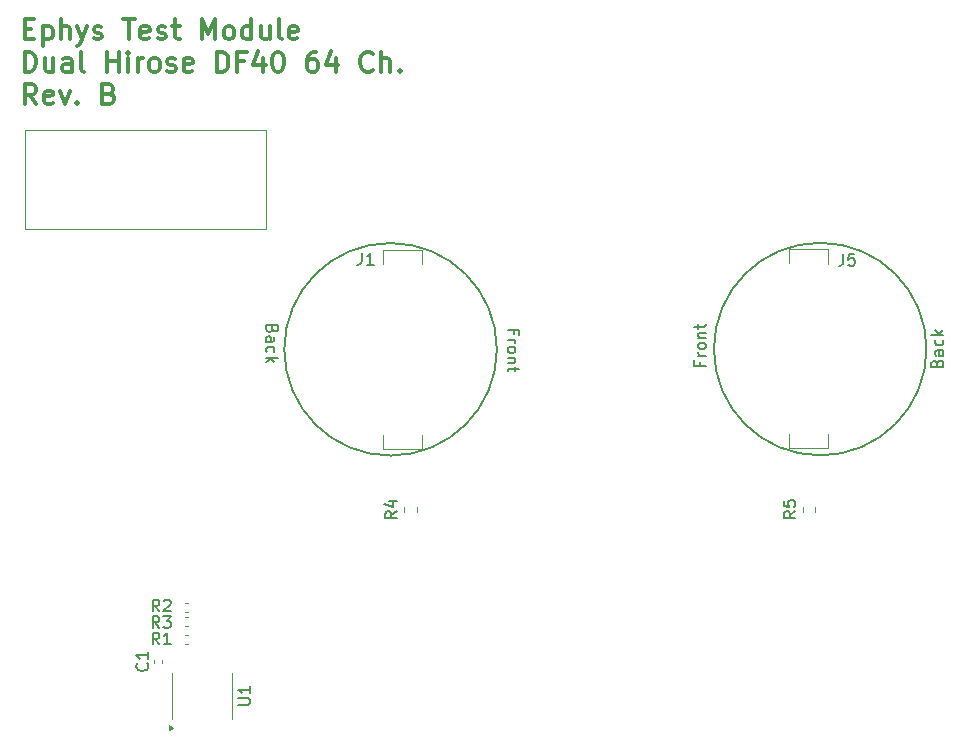
<source format=gbr>
G04 #@! TF.GenerationSoftware,KiCad,Pcbnew,9.0.0*
G04 #@! TF.CreationDate,2025-04-07T23:04:34+01:00*
G04 #@! TF.ProjectId,ephys-test-module-128,65706879-732d-4746-9573-742d6d6f6475,A*
G04 #@! TF.SameCoordinates,Original*
G04 #@! TF.FileFunction,Legend,Top*
G04 #@! TF.FilePolarity,Positive*
%FSLAX46Y46*%
G04 Gerber Fmt 4.6, Leading zero omitted, Abs format (unit mm)*
G04 Created by KiCad (PCBNEW 9.0.0) date 2025-04-07 23:04:34*
%MOMM*%
%LPD*%
G01*
G04 APERTURE LIST*
%ADD10C,0.150000*%
%ADD11C,0.300000*%
%ADD12C,0.120000*%
%ADD13C,0.100000*%
G04 APERTURE END LIST*
D10*
X146540000Y-99970000D02*
G75*
G02*
X128540000Y-99970000I-9000000J0D01*
G01*
X128540000Y-99970000D02*
G75*
G02*
X146540000Y-99970000I9000000J0D01*
G01*
X182915750Y-99950000D02*
G75*
G02*
X164915750Y-99950000I-9000000J0D01*
G01*
X164915750Y-99950000D02*
G75*
G02*
X182915750Y-99950000I9000000J0D01*
G01*
X147973990Y-98652856D02*
X147973990Y-98319523D01*
X147450180Y-98319523D02*
X148450180Y-98319523D01*
X148450180Y-98319523D02*
X148450180Y-98795713D01*
X147450180Y-99176666D02*
X148116847Y-99176666D01*
X147926371Y-99176666D02*
X148021609Y-99224285D01*
X148021609Y-99224285D02*
X148069228Y-99271904D01*
X148069228Y-99271904D02*
X148116847Y-99367142D01*
X148116847Y-99367142D02*
X148116847Y-99462380D01*
X147450180Y-99938571D02*
X147497800Y-99843333D01*
X147497800Y-99843333D02*
X147545419Y-99795714D01*
X147545419Y-99795714D02*
X147640657Y-99748095D01*
X147640657Y-99748095D02*
X147926371Y-99748095D01*
X147926371Y-99748095D02*
X148021609Y-99795714D01*
X148021609Y-99795714D02*
X148069228Y-99843333D01*
X148069228Y-99843333D02*
X148116847Y-99938571D01*
X148116847Y-99938571D02*
X148116847Y-100081428D01*
X148116847Y-100081428D02*
X148069228Y-100176666D01*
X148069228Y-100176666D02*
X148021609Y-100224285D01*
X148021609Y-100224285D02*
X147926371Y-100271904D01*
X147926371Y-100271904D02*
X147640657Y-100271904D01*
X147640657Y-100271904D02*
X147545419Y-100224285D01*
X147545419Y-100224285D02*
X147497800Y-100176666D01*
X147497800Y-100176666D02*
X147450180Y-100081428D01*
X147450180Y-100081428D02*
X147450180Y-99938571D01*
X148116847Y-100700476D02*
X147450180Y-100700476D01*
X148021609Y-100700476D02*
X148069228Y-100748095D01*
X148069228Y-100748095D02*
X148116847Y-100843333D01*
X148116847Y-100843333D02*
X148116847Y-100986190D01*
X148116847Y-100986190D02*
X148069228Y-101081428D01*
X148069228Y-101081428D02*
X147973990Y-101129047D01*
X147973990Y-101129047D02*
X147450180Y-101129047D01*
X148116847Y-101462381D02*
X148116847Y-101843333D01*
X148450180Y-101605238D02*
X147593038Y-101605238D01*
X147593038Y-101605238D02*
X147497800Y-101652857D01*
X147497800Y-101652857D02*
X147450180Y-101748095D01*
X147450180Y-101748095D02*
X147450180Y-101843333D01*
X127543990Y-98235714D02*
X127496371Y-98378571D01*
X127496371Y-98378571D02*
X127448752Y-98426190D01*
X127448752Y-98426190D02*
X127353514Y-98473809D01*
X127353514Y-98473809D02*
X127210657Y-98473809D01*
X127210657Y-98473809D02*
X127115419Y-98426190D01*
X127115419Y-98426190D02*
X127067800Y-98378571D01*
X127067800Y-98378571D02*
X127020180Y-98283333D01*
X127020180Y-98283333D02*
X127020180Y-97902381D01*
X127020180Y-97902381D02*
X128020180Y-97902381D01*
X128020180Y-97902381D02*
X128020180Y-98235714D01*
X128020180Y-98235714D02*
X127972561Y-98330952D01*
X127972561Y-98330952D02*
X127924942Y-98378571D01*
X127924942Y-98378571D02*
X127829704Y-98426190D01*
X127829704Y-98426190D02*
X127734466Y-98426190D01*
X127734466Y-98426190D02*
X127639228Y-98378571D01*
X127639228Y-98378571D02*
X127591609Y-98330952D01*
X127591609Y-98330952D02*
X127543990Y-98235714D01*
X127543990Y-98235714D02*
X127543990Y-97902381D01*
X127020180Y-99330952D02*
X127543990Y-99330952D01*
X127543990Y-99330952D02*
X127639228Y-99283333D01*
X127639228Y-99283333D02*
X127686847Y-99188095D01*
X127686847Y-99188095D02*
X127686847Y-98997619D01*
X127686847Y-98997619D02*
X127639228Y-98902381D01*
X127067800Y-99330952D02*
X127020180Y-99235714D01*
X127020180Y-99235714D02*
X127020180Y-98997619D01*
X127020180Y-98997619D02*
X127067800Y-98902381D01*
X127067800Y-98902381D02*
X127163038Y-98854762D01*
X127163038Y-98854762D02*
X127258276Y-98854762D01*
X127258276Y-98854762D02*
X127353514Y-98902381D01*
X127353514Y-98902381D02*
X127401133Y-98997619D01*
X127401133Y-98997619D02*
X127401133Y-99235714D01*
X127401133Y-99235714D02*
X127448752Y-99330952D01*
X127067800Y-100235714D02*
X127020180Y-100140476D01*
X127020180Y-100140476D02*
X127020180Y-99950000D01*
X127020180Y-99950000D02*
X127067800Y-99854762D01*
X127067800Y-99854762D02*
X127115419Y-99807143D01*
X127115419Y-99807143D02*
X127210657Y-99759524D01*
X127210657Y-99759524D02*
X127496371Y-99759524D01*
X127496371Y-99759524D02*
X127591609Y-99807143D01*
X127591609Y-99807143D02*
X127639228Y-99854762D01*
X127639228Y-99854762D02*
X127686847Y-99950000D01*
X127686847Y-99950000D02*
X127686847Y-100140476D01*
X127686847Y-100140476D02*
X127639228Y-100235714D01*
X127020180Y-100664286D02*
X128020180Y-100664286D01*
X127401133Y-100759524D02*
X127020180Y-101045238D01*
X127686847Y-101045238D02*
X127305895Y-100664286D01*
D11*
X106573429Y-72843472D02*
X107140096Y-72843472D01*
X107382953Y-73733948D02*
X106573429Y-73733948D01*
X106573429Y-73733948D02*
X106573429Y-72033948D01*
X106573429Y-72033948D02*
X107382953Y-72033948D01*
X108111524Y-72600615D02*
X108111524Y-74300615D01*
X108111524Y-72681567D02*
X108273429Y-72600615D01*
X108273429Y-72600615D02*
X108597239Y-72600615D01*
X108597239Y-72600615D02*
X108759143Y-72681567D01*
X108759143Y-72681567D02*
X108840096Y-72762519D01*
X108840096Y-72762519D02*
X108921048Y-72924424D01*
X108921048Y-72924424D02*
X108921048Y-73410138D01*
X108921048Y-73410138D02*
X108840096Y-73572043D01*
X108840096Y-73572043D02*
X108759143Y-73652996D01*
X108759143Y-73652996D02*
X108597239Y-73733948D01*
X108597239Y-73733948D02*
X108273429Y-73733948D01*
X108273429Y-73733948D02*
X108111524Y-73652996D01*
X109649619Y-73733948D02*
X109649619Y-72033948D01*
X110378191Y-73733948D02*
X110378191Y-72843472D01*
X110378191Y-72843472D02*
X110297238Y-72681567D01*
X110297238Y-72681567D02*
X110135334Y-72600615D01*
X110135334Y-72600615D02*
X109892477Y-72600615D01*
X109892477Y-72600615D02*
X109730572Y-72681567D01*
X109730572Y-72681567D02*
X109649619Y-72762519D01*
X111025810Y-72600615D02*
X111430572Y-73733948D01*
X111835333Y-72600615D02*
X111430572Y-73733948D01*
X111430572Y-73733948D02*
X111268667Y-74138710D01*
X111268667Y-74138710D02*
X111187714Y-74219662D01*
X111187714Y-74219662D02*
X111025810Y-74300615D01*
X112402000Y-73652996D02*
X112563905Y-73733948D01*
X112563905Y-73733948D02*
X112887714Y-73733948D01*
X112887714Y-73733948D02*
X113049619Y-73652996D01*
X113049619Y-73652996D02*
X113130571Y-73491091D01*
X113130571Y-73491091D02*
X113130571Y-73410138D01*
X113130571Y-73410138D02*
X113049619Y-73248234D01*
X113049619Y-73248234D02*
X112887714Y-73167281D01*
X112887714Y-73167281D02*
X112644857Y-73167281D01*
X112644857Y-73167281D02*
X112482952Y-73086329D01*
X112482952Y-73086329D02*
X112402000Y-72924424D01*
X112402000Y-72924424D02*
X112402000Y-72843472D01*
X112402000Y-72843472D02*
X112482952Y-72681567D01*
X112482952Y-72681567D02*
X112644857Y-72600615D01*
X112644857Y-72600615D02*
X112887714Y-72600615D01*
X112887714Y-72600615D02*
X113049619Y-72681567D01*
X114911523Y-72033948D02*
X115882952Y-72033948D01*
X115397238Y-73733948D02*
X115397238Y-72033948D01*
X117097237Y-73652996D02*
X116935333Y-73733948D01*
X116935333Y-73733948D02*
X116611523Y-73733948D01*
X116611523Y-73733948D02*
X116449618Y-73652996D01*
X116449618Y-73652996D02*
X116368666Y-73491091D01*
X116368666Y-73491091D02*
X116368666Y-72843472D01*
X116368666Y-72843472D02*
X116449618Y-72681567D01*
X116449618Y-72681567D02*
X116611523Y-72600615D01*
X116611523Y-72600615D02*
X116935333Y-72600615D01*
X116935333Y-72600615D02*
X117097237Y-72681567D01*
X117097237Y-72681567D02*
X117178190Y-72843472D01*
X117178190Y-72843472D02*
X117178190Y-73005376D01*
X117178190Y-73005376D02*
X116368666Y-73167281D01*
X117825809Y-73652996D02*
X117987714Y-73733948D01*
X117987714Y-73733948D02*
X118311523Y-73733948D01*
X118311523Y-73733948D02*
X118473428Y-73652996D01*
X118473428Y-73652996D02*
X118554380Y-73491091D01*
X118554380Y-73491091D02*
X118554380Y-73410138D01*
X118554380Y-73410138D02*
X118473428Y-73248234D01*
X118473428Y-73248234D02*
X118311523Y-73167281D01*
X118311523Y-73167281D02*
X118068666Y-73167281D01*
X118068666Y-73167281D02*
X117906761Y-73086329D01*
X117906761Y-73086329D02*
X117825809Y-72924424D01*
X117825809Y-72924424D02*
X117825809Y-72843472D01*
X117825809Y-72843472D02*
X117906761Y-72681567D01*
X117906761Y-72681567D02*
X118068666Y-72600615D01*
X118068666Y-72600615D02*
X118311523Y-72600615D01*
X118311523Y-72600615D02*
X118473428Y-72681567D01*
X119040094Y-72600615D02*
X119687713Y-72600615D01*
X119282951Y-72033948D02*
X119282951Y-73491091D01*
X119282951Y-73491091D02*
X119363904Y-73652996D01*
X119363904Y-73652996D02*
X119525809Y-73733948D01*
X119525809Y-73733948D02*
X119687713Y-73733948D01*
X121549618Y-73733948D02*
X121549618Y-72033948D01*
X121549618Y-72033948D02*
X122116285Y-73248234D01*
X122116285Y-73248234D02*
X122682952Y-72033948D01*
X122682952Y-72033948D02*
X122682952Y-73733948D01*
X123735333Y-73733948D02*
X123573428Y-73652996D01*
X123573428Y-73652996D02*
X123492475Y-73572043D01*
X123492475Y-73572043D02*
X123411523Y-73410138D01*
X123411523Y-73410138D02*
X123411523Y-72924424D01*
X123411523Y-72924424D02*
X123492475Y-72762519D01*
X123492475Y-72762519D02*
X123573428Y-72681567D01*
X123573428Y-72681567D02*
X123735333Y-72600615D01*
X123735333Y-72600615D02*
X123978190Y-72600615D01*
X123978190Y-72600615D02*
X124140094Y-72681567D01*
X124140094Y-72681567D02*
X124221047Y-72762519D01*
X124221047Y-72762519D02*
X124301999Y-72924424D01*
X124301999Y-72924424D02*
X124301999Y-73410138D01*
X124301999Y-73410138D02*
X124221047Y-73572043D01*
X124221047Y-73572043D02*
X124140094Y-73652996D01*
X124140094Y-73652996D02*
X123978190Y-73733948D01*
X123978190Y-73733948D02*
X123735333Y-73733948D01*
X125759142Y-73733948D02*
X125759142Y-72033948D01*
X125759142Y-73652996D02*
X125597237Y-73733948D01*
X125597237Y-73733948D02*
X125273428Y-73733948D01*
X125273428Y-73733948D02*
X125111523Y-73652996D01*
X125111523Y-73652996D02*
X125030570Y-73572043D01*
X125030570Y-73572043D02*
X124949618Y-73410138D01*
X124949618Y-73410138D02*
X124949618Y-72924424D01*
X124949618Y-72924424D02*
X125030570Y-72762519D01*
X125030570Y-72762519D02*
X125111523Y-72681567D01*
X125111523Y-72681567D02*
X125273428Y-72600615D01*
X125273428Y-72600615D02*
X125597237Y-72600615D01*
X125597237Y-72600615D02*
X125759142Y-72681567D01*
X127297237Y-72600615D02*
X127297237Y-73733948D01*
X126568665Y-72600615D02*
X126568665Y-73491091D01*
X126568665Y-73491091D02*
X126649618Y-73652996D01*
X126649618Y-73652996D02*
X126811523Y-73733948D01*
X126811523Y-73733948D02*
X127054380Y-73733948D01*
X127054380Y-73733948D02*
X127216284Y-73652996D01*
X127216284Y-73652996D02*
X127297237Y-73572043D01*
X128349618Y-73733948D02*
X128187713Y-73652996D01*
X128187713Y-73652996D02*
X128106760Y-73491091D01*
X128106760Y-73491091D02*
X128106760Y-72033948D01*
X129644855Y-73652996D02*
X129482951Y-73733948D01*
X129482951Y-73733948D02*
X129159141Y-73733948D01*
X129159141Y-73733948D02*
X128997236Y-73652996D01*
X128997236Y-73652996D02*
X128916284Y-73491091D01*
X128916284Y-73491091D02*
X128916284Y-72843472D01*
X128916284Y-72843472D02*
X128997236Y-72681567D01*
X128997236Y-72681567D02*
X129159141Y-72600615D01*
X129159141Y-72600615D02*
X129482951Y-72600615D01*
X129482951Y-72600615D02*
X129644855Y-72681567D01*
X129644855Y-72681567D02*
X129725808Y-72843472D01*
X129725808Y-72843472D02*
X129725808Y-73005376D01*
X129725808Y-73005376D02*
X128916284Y-73167281D01*
X106573429Y-76470853D02*
X106573429Y-74770853D01*
X106573429Y-74770853D02*
X106978191Y-74770853D01*
X106978191Y-74770853D02*
X107221048Y-74851805D01*
X107221048Y-74851805D02*
X107382953Y-75013710D01*
X107382953Y-75013710D02*
X107463906Y-75175615D01*
X107463906Y-75175615D02*
X107544858Y-75499424D01*
X107544858Y-75499424D02*
X107544858Y-75742281D01*
X107544858Y-75742281D02*
X107463906Y-76066091D01*
X107463906Y-76066091D02*
X107382953Y-76227996D01*
X107382953Y-76227996D02*
X107221048Y-76389901D01*
X107221048Y-76389901D02*
X106978191Y-76470853D01*
X106978191Y-76470853D02*
X106573429Y-76470853D01*
X109002001Y-75337520D02*
X109002001Y-76470853D01*
X108273429Y-75337520D02*
X108273429Y-76227996D01*
X108273429Y-76227996D02*
X108354382Y-76389901D01*
X108354382Y-76389901D02*
X108516287Y-76470853D01*
X108516287Y-76470853D02*
X108759144Y-76470853D01*
X108759144Y-76470853D02*
X108921048Y-76389901D01*
X108921048Y-76389901D02*
X109002001Y-76308948D01*
X110540096Y-76470853D02*
X110540096Y-75580377D01*
X110540096Y-75580377D02*
X110459143Y-75418472D01*
X110459143Y-75418472D02*
X110297239Y-75337520D01*
X110297239Y-75337520D02*
X109973429Y-75337520D01*
X109973429Y-75337520D02*
X109811524Y-75418472D01*
X110540096Y-76389901D02*
X110378191Y-76470853D01*
X110378191Y-76470853D02*
X109973429Y-76470853D01*
X109973429Y-76470853D02*
X109811524Y-76389901D01*
X109811524Y-76389901D02*
X109730572Y-76227996D01*
X109730572Y-76227996D02*
X109730572Y-76066091D01*
X109730572Y-76066091D02*
X109811524Y-75904186D01*
X109811524Y-75904186D02*
X109973429Y-75823234D01*
X109973429Y-75823234D02*
X110378191Y-75823234D01*
X110378191Y-75823234D02*
X110540096Y-75742281D01*
X111592477Y-76470853D02*
X111430572Y-76389901D01*
X111430572Y-76389901D02*
X111349619Y-76227996D01*
X111349619Y-76227996D02*
X111349619Y-74770853D01*
X113535333Y-76470853D02*
X113535333Y-74770853D01*
X113535333Y-75580377D02*
X114506762Y-75580377D01*
X114506762Y-76470853D02*
X114506762Y-74770853D01*
X115316285Y-76470853D02*
X115316285Y-75337520D01*
X115316285Y-74770853D02*
X115235333Y-74851805D01*
X115235333Y-74851805D02*
X115316285Y-74932758D01*
X115316285Y-74932758D02*
X115397238Y-74851805D01*
X115397238Y-74851805D02*
X115316285Y-74770853D01*
X115316285Y-74770853D02*
X115316285Y-74932758D01*
X116125809Y-76470853D02*
X116125809Y-75337520D01*
X116125809Y-75661329D02*
X116206762Y-75499424D01*
X116206762Y-75499424D02*
X116287714Y-75418472D01*
X116287714Y-75418472D02*
X116449619Y-75337520D01*
X116449619Y-75337520D02*
X116611524Y-75337520D01*
X117421048Y-76470853D02*
X117259143Y-76389901D01*
X117259143Y-76389901D02*
X117178190Y-76308948D01*
X117178190Y-76308948D02*
X117097238Y-76147043D01*
X117097238Y-76147043D02*
X117097238Y-75661329D01*
X117097238Y-75661329D02*
X117178190Y-75499424D01*
X117178190Y-75499424D02*
X117259143Y-75418472D01*
X117259143Y-75418472D02*
X117421048Y-75337520D01*
X117421048Y-75337520D02*
X117663905Y-75337520D01*
X117663905Y-75337520D02*
X117825809Y-75418472D01*
X117825809Y-75418472D02*
X117906762Y-75499424D01*
X117906762Y-75499424D02*
X117987714Y-75661329D01*
X117987714Y-75661329D02*
X117987714Y-76147043D01*
X117987714Y-76147043D02*
X117906762Y-76308948D01*
X117906762Y-76308948D02*
X117825809Y-76389901D01*
X117825809Y-76389901D02*
X117663905Y-76470853D01*
X117663905Y-76470853D02*
X117421048Y-76470853D01*
X118635333Y-76389901D02*
X118797238Y-76470853D01*
X118797238Y-76470853D02*
X119121047Y-76470853D01*
X119121047Y-76470853D02*
X119282952Y-76389901D01*
X119282952Y-76389901D02*
X119363904Y-76227996D01*
X119363904Y-76227996D02*
X119363904Y-76147043D01*
X119363904Y-76147043D02*
X119282952Y-75985139D01*
X119282952Y-75985139D02*
X119121047Y-75904186D01*
X119121047Y-75904186D02*
X118878190Y-75904186D01*
X118878190Y-75904186D02*
X118716285Y-75823234D01*
X118716285Y-75823234D02*
X118635333Y-75661329D01*
X118635333Y-75661329D02*
X118635333Y-75580377D01*
X118635333Y-75580377D02*
X118716285Y-75418472D01*
X118716285Y-75418472D02*
X118878190Y-75337520D01*
X118878190Y-75337520D02*
X119121047Y-75337520D01*
X119121047Y-75337520D02*
X119282952Y-75418472D01*
X120740094Y-76389901D02*
X120578190Y-76470853D01*
X120578190Y-76470853D02*
X120254380Y-76470853D01*
X120254380Y-76470853D02*
X120092475Y-76389901D01*
X120092475Y-76389901D02*
X120011523Y-76227996D01*
X120011523Y-76227996D02*
X120011523Y-75580377D01*
X120011523Y-75580377D02*
X120092475Y-75418472D01*
X120092475Y-75418472D02*
X120254380Y-75337520D01*
X120254380Y-75337520D02*
X120578190Y-75337520D01*
X120578190Y-75337520D02*
X120740094Y-75418472D01*
X120740094Y-75418472D02*
X120821047Y-75580377D01*
X120821047Y-75580377D02*
X120821047Y-75742281D01*
X120821047Y-75742281D02*
X120011523Y-75904186D01*
X122844856Y-76470853D02*
X122844856Y-74770853D01*
X122844856Y-74770853D02*
X123249618Y-74770853D01*
X123249618Y-74770853D02*
X123492475Y-74851805D01*
X123492475Y-74851805D02*
X123654380Y-75013710D01*
X123654380Y-75013710D02*
X123735333Y-75175615D01*
X123735333Y-75175615D02*
X123816285Y-75499424D01*
X123816285Y-75499424D02*
X123816285Y-75742281D01*
X123816285Y-75742281D02*
X123735333Y-76066091D01*
X123735333Y-76066091D02*
X123654380Y-76227996D01*
X123654380Y-76227996D02*
X123492475Y-76389901D01*
X123492475Y-76389901D02*
X123249618Y-76470853D01*
X123249618Y-76470853D02*
X122844856Y-76470853D01*
X125111523Y-75580377D02*
X124544856Y-75580377D01*
X124544856Y-76470853D02*
X124544856Y-74770853D01*
X124544856Y-74770853D02*
X125354380Y-74770853D01*
X126730571Y-75337520D02*
X126730571Y-76470853D01*
X126325809Y-74689901D02*
X125921047Y-75904186D01*
X125921047Y-75904186D02*
X126973428Y-75904186D01*
X127944857Y-74770853D02*
X128106762Y-74770853D01*
X128106762Y-74770853D02*
X128268666Y-74851805D01*
X128268666Y-74851805D02*
X128349619Y-74932758D01*
X128349619Y-74932758D02*
X128430571Y-75094662D01*
X128430571Y-75094662D02*
X128511524Y-75418472D01*
X128511524Y-75418472D02*
X128511524Y-75823234D01*
X128511524Y-75823234D02*
X128430571Y-76147043D01*
X128430571Y-76147043D02*
X128349619Y-76308948D01*
X128349619Y-76308948D02*
X128268666Y-76389901D01*
X128268666Y-76389901D02*
X128106762Y-76470853D01*
X128106762Y-76470853D02*
X127944857Y-76470853D01*
X127944857Y-76470853D02*
X127782952Y-76389901D01*
X127782952Y-76389901D02*
X127702000Y-76308948D01*
X127702000Y-76308948D02*
X127621047Y-76147043D01*
X127621047Y-76147043D02*
X127540095Y-75823234D01*
X127540095Y-75823234D02*
X127540095Y-75418472D01*
X127540095Y-75418472D02*
X127621047Y-75094662D01*
X127621047Y-75094662D02*
X127702000Y-74932758D01*
X127702000Y-74932758D02*
X127782952Y-74851805D01*
X127782952Y-74851805D02*
X127944857Y-74770853D01*
X131263905Y-74770853D02*
X130940095Y-74770853D01*
X130940095Y-74770853D02*
X130778191Y-74851805D01*
X130778191Y-74851805D02*
X130697238Y-74932758D01*
X130697238Y-74932758D02*
X130535333Y-75175615D01*
X130535333Y-75175615D02*
X130454381Y-75499424D01*
X130454381Y-75499424D02*
X130454381Y-76147043D01*
X130454381Y-76147043D02*
X130535333Y-76308948D01*
X130535333Y-76308948D02*
X130616286Y-76389901D01*
X130616286Y-76389901D02*
X130778191Y-76470853D01*
X130778191Y-76470853D02*
X131102000Y-76470853D01*
X131102000Y-76470853D02*
X131263905Y-76389901D01*
X131263905Y-76389901D02*
X131344857Y-76308948D01*
X131344857Y-76308948D02*
X131425810Y-76147043D01*
X131425810Y-76147043D02*
X131425810Y-75742281D01*
X131425810Y-75742281D02*
X131344857Y-75580377D01*
X131344857Y-75580377D02*
X131263905Y-75499424D01*
X131263905Y-75499424D02*
X131102000Y-75418472D01*
X131102000Y-75418472D02*
X130778191Y-75418472D01*
X130778191Y-75418472D02*
X130616286Y-75499424D01*
X130616286Y-75499424D02*
X130535333Y-75580377D01*
X130535333Y-75580377D02*
X130454381Y-75742281D01*
X132882953Y-75337520D02*
X132882953Y-76470853D01*
X132478191Y-74689901D02*
X132073429Y-75904186D01*
X132073429Y-75904186D02*
X133125810Y-75904186D01*
X136040096Y-76308948D02*
X135959144Y-76389901D01*
X135959144Y-76389901D02*
X135716286Y-76470853D01*
X135716286Y-76470853D02*
X135554382Y-76470853D01*
X135554382Y-76470853D02*
X135311525Y-76389901D01*
X135311525Y-76389901D02*
X135149620Y-76227996D01*
X135149620Y-76227996D02*
X135068667Y-76066091D01*
X135068667Y-76066091D02*
X134987715Y-75742281D01*
X134987715Y-75742281D02*
X134987715Y-75499424D01*
X134987715Y-75499424D02*
X135068667Y-75175615D01*
X135068667Y-75175615D02*
X135149620Y-75013710D01*
X135149620Y-75013710D02*
X135311525Y-74851805D01*
X135311525Y-74851805D02*
X135554382Y-74770853D01*
X135554382Y-74770853D02*
X135716286Y-74770853D01*
X135716286Y-74770853D02*
X135959144Y-74851805D01*
X135959144Y-74851805D02*
X136040096Y-74932758D01*
X136768667Y-76470853D02*
X136768667Y-74770853D01*
X137497239Y-76470853D02*
X137497239Y-75580377D01*
X137497239Y-75580377D02*
X137416286Y-75418472D01*
X137416286Y-75418472D02*
X137254382Y-75337520D01*
X137254382Y-75337520D02*
X137011525Y-75337520D01*
X137011525Y-75337520D02*
X136849620Y-75418472D01*
X136849620Y-75418472D02*
X136768667Y-75499424D01*
X138306762Y-76308948D02*
X138387715Y-76389901D01*
X138387715Y-76389901D02*
X138306762Y-76470853D01*
X138306762Y-76470853D02*
X138225810Y-76389901D01*
X138225810Y-76389901D02*
X138306762Y-76308948D01*
X138306762Y-76308948D02*
X138306762Y-76470853D01*
X107544858Y-79207758D02*
X106978191Y-78398234D01*
X106573429Y-79207758D02*
X106573429Y-77507758D01*
X106573429Y-77507758D02*
X107221048Y-77507758D01*
X107221048Y-77507758D02*
X107382953Y-77588710D01*
X107382953Y-77588710D02*
X107463906Y-77669663D01*
X107463906Y-77669663D02*
X107544858Y-77831567D01*
X107544858Y-77831567D02*
X107544858Y-78074425D01*
X107544858Y-78074425D02*
X107463906Y-78236329D01*
X107463906Y-78236329D02*
X107382953Y-78317282D01*
X107382953Y-78317282D02*
X107221048Y-78398234D01*
X107221048Y-78398234D02*
X106573429Y-78398234D01*
X108921048Y-79126806D02*
X108759144Y-79207758D01*
X108759144Y-79207758D02*
X108435334Y-79207758D01*
X108435334Y-79207758D02*
X108273429Y-79126806D01*
X108273429Y-79126806D02*
X108192477Y-78964901D01*
X108192477Y-78964901D02*
X108192477Y-78317282D01*
X108192477Y-78317282D02*
X108273429Y-78155377D01*
X108273429Y-78155377D02*
X108435334Y-78074425D01*
X108435334Y-78074425D02*
X108759144Y-78074425D01*
X108759144Y-78074425D02*
X108921048Y-78155377D01*
X108921048Y-78155377D02*
X109002001Y-78317282D01*
X109002001Y-78317282D02*
X109002001Y-78479186D01*
X109002001Y-78479186D02*
X108192477Y-78641091D01*
X109568668Y-78074425D02*
X109973430Y-79207758D01*
X109973430Y-79207758D02*
X110378191Y-78074425D01*
X111025810Y-79045853D02*
X111106763Y-79126806D01*
X111106763Y-79126806D02*
X111025810Y-79207758D01*
X111025810Y-79207758D02*
X110944858Y-79126806D01*
X110944858Y-79126806D02*
X111025810Y-79045853D01*
X111025810Y-79045853D02*
X111025810Y-79207758D01*
X113697239Y-78317282D02*
X113940096Y-78398234D01*
X113940096Y-78398234D02*
X114021049Y-78479186D01*
X114021049Y-78479186D02*
X114102001Y-78641091D01*
X114102001Y-78641091D02*
X114102001Y-78883948D01*
X114102001Y-78883948D02*
X114021049Y-79045853D01*
X114021049Y-79045853D02*
X113940096Y-79126806D01*
X113940096Y-79126806D02*
X113778191Y-79207758D01*
X113778191Y-79207758D02*
X113130572Y-79207758D01*
X113130572Y-79207758D02*
X113130572Y-77507758D01*
X113130572Y-77507758D02*
X113697239Y-77507758D01*
X113697239Y-77507758D02*
X113859144Y-77588710D01*
X113859144Y-77588710D02*
X113940096Y-77669663D01*
X113940096Y-77669663D02*
X114021049Y-77831567D01*
X114021049Y-77831567D02*
X114021049Y-77993472D01*
X114021049Y-77993472D02*
X113940096Y-78155377D01*
X113940096Y-78155377D02*
X113859144Y-78236329D01*
X113859144Y-78236329D02*
X113697239Y-78317282D01*
X113697239Y-78317282D02*
X113130572Y-78317282D01*
D10*
X183801759Y-101164285D02*
X183849378Y-101021428D01*
X183849378Y-101021428D02*
X183896997Y-100973809D01*
X183896997Y-100973809D02*
X183992235Y-100926190D01*
X183992235Y-100926190D02*
X184135092Y-100926190D01*
X184135092Y-100926190D02*
X184230330Y-100973809D01*
X184230330Y-100973809D02*
X184277950Y-101021428D01*
X184277950Y-101021428D02*
X184325569Y-101116666D01*
X184325569Y-101116666D02*
X184325569Y-101497618D01*
X184325569Y-101497618D02*
X183325569Y-101497618D01*
X183325569Y-101497618D02*
X183325569Y-101164285D01*
X183325569Y-101164285D02*
X183373188Y-101069047D01*
X183373188Y-101069047D02*
X183420807Y-101021428D01*
X183420807Y-101021428D02*
X183516045Y-100973809D01*
X183516045Y-100973809D02*
X183611283Y-100973809D01*
X183611283Y-100973809D02*
X183706521Y-101021428D01*
X183706521Y-101021428D02*
X183754140Y-101069047D01*
X183754140Y-101069047D02*
X183801759Y-101164285D01*
X183801759Y-101164285D02*
X183801759Y-101497618D01*
X184325569Y-100069047D02*
X183801759Y-100069047D01*
X183801759Y-100069047D02*
X183706521Y-100116666D01*
X183706521Y-100116666D02*
X183658902Y-100211904D01*
X183658902Y-100211904D02*
X183658902Y-100402380D01*
X183658902Y-100402380D02*
X183706521Y-100497618D01*
X184277950Y-100069047D02*
X184325569Y-100164285D01*
X184325569Y-100164285D02*
X184325569Y-100402380D01*
X184325569Y-100402380D02*
X184277950Y-100497618D01*
X184277950Y-100497618D02*
X184182711Y-100545237D01*
X184182711Y-100545237D02*
X184087473Y-100545237D01*
X184087473Y-100545237D02*
X183992235Y-100497618D01*
X183992235Y-100497618D02*
X183944616Y-100402380D01*
X183944616Y-100402380D02*
X183944616Y-100164285D01*
X183944616Y-100164285D02*
X183896997Y-100069047D01*
X184277950Y-99164285D02*
X184325569Y-99259523D01*
X184325569Y-99259523D02*
X184325569Y-99449999D01*
X184325569Y-99449999D02*
X184277950Y-99545237D01*
X184277950Y-99545237D02*
X184230330Y-99592856D01*
X184230330Y-99592856D02*
X184135092Y-99640475D01*
X184135092Y-99640475D02*
X183849378Y-99640475D01*
X183849378Y-99640475D02*
X183754140Y-99592856D01*
X183754140Y-99592856D02*
X183706521Y-99545237D01*
X183706521Y-99545237D02*
X183658902Y-99449999D01*
X183658902Y-99449999D02*
X183658902Y-99259523D01*
X183658902Y-99259523D02*
X183706521Y-99164285D01*
X184325569Y-98735713D02*
X183325569Y-98735713D01*
X183944616Y-98640475D02*
X184325569Y-98354761D01*
X183658902Y-98354761D02*
X184039854Y-98735713D01*
X163711759Y-101037143D02*
X163711759Y-101370476D01*
X164235569Y-101370476D02*
X163235569Y-101370476D01*
X163235569Y-101370476D02*
X163235569Y-100894286D01*
X164235569Y-100513333D02*
X163568902Y-100513333D01*
X163759378Y-100513333D02*
X163664140Y-100465714D01*
X163664140Y-100465714D02*
X163616521Y-100418095D01*
X163616521Y-100418095D02*
X163568902Y-100322857D01*
X163568902Y-100322857D02*
X163568902Y-100227619D01*
X164235569Y-99751428D02*
X164187950Y-99846666D01*
X164187950Y-99846666D02*
X164140330Y-99894285D01*
X164140330Y-99894285D02*
X164045092Y-99941904D01*
X164045092Y-99941904D02*
X163759378Y-99941904D01*
X163759378Y-99941904D02*
X163664140Y-99894285D01*
X163664140Y-99894285D02*
X163616521Y-99846666D01*
X163616521Y-99846666D02*
X163568902Y-99751428D01*
X163568902Y-99751428D02*
X163568902Y-99608571D01*
X163568902Y-99608571D02*
X163616521Y-99513333D01*
X163616521Y-99513333D02*
X163664140Y-99465714D01*
X163664140Y-99465714D02*
X163759378Y-99418095D01*
X163759378Y-99418095D02*
X164045092Y-99418095D01*
X164045092Y-99418095D02*
X164140330Y-99465714D01*
X164140330Y-99465714D02*
X164187950Y-99513333D01*
X164187950Y-99513333D02*
X164235569Y-99608571D01*
X164235569Y-99608571D02*
X164235569Y-99751428D01*
X163568902Y-98989523D02*
X164235569Y-98989523D01*
X163664140Y-98989523D02*
X163616521Y-98941904D01*
X163616521Y-98941904D02*
X163568902Y-98846666D01*
X163568902Y-98846666D02*
X163568902Y-98703809D01*
X163568902Y-98703809D02*
X163616521Y-98608571D01*
X163616521Y-98608571D02*
X163711759Y-98560952D01*
X163711759Y-98560952D02*
X164235569Y-98560952D01*
X163568902Y-98227618D02*
X163568902Y-97846666D01*
X163235569Y-98084761D02*
X164092711Y-98084761D01*
X164092711Y-98084761D02*
X164187950Y-98037142D01*
X164187950Y-98037142D02*
X164235569Y-97941904D01*
X164235569Y-97941904D02*
X164235569Y-97846666D01*
X117963333Y-123554819D02*
X117630000Y-123078628D01*
X117391905Y-123554819D02*
X117391905Y-122554819D01*
X117391905Y-122554819D02*
X117772857Y-122554819D01*
X117772857Y-122554819D02*
X117868095Y-122602438D01*
X117868095Y-122602438D02*
X117915714Y-122650057D01*
X117915714Y-122650057D02*
X117963333Y-122745295D01*
X117963333Y-122745295D02*
X117963333Y-122888152D01*
X117963333Y-122888152D02*
X117915714Y-122983390D01*
X117915714Y-122983390D02*
X117868095Y-123031009D01*
X117868095Y-123031009D02*
X117772857Y-123078628D01*
X117772857Y-123078628D02*
X117391905Y-123078628D01*
X118296667Y-122554819D02*
X118915714Y-122554819D01*
X118915714Y-122554819D02*
X118582381Y-122935771D01*
X118582381Y-122935771D02*
X118725238Y-122935771D01*
X118725238Y-122935771D02*
X118820476Y-122983390D01*
X118820476Y-122983390D02*
X118868095Y-123031009D01*
X118868095Y-123031009D02*
X118915714Y-123126247D01*
X118915714Y-123126247D02*
X118915714Y-123364342D01*
X118915714Y-123364342D02*
X118868095Y-123459580D01*
X118868095Y-123459580D02*
X118820476Y-123507200D01*
X118820476Y-123507200D02*
X118725238Y-123554819D01*
X118725238Y-123554819D02*
X118439524Y-123554819D01*
X118439524Y-123554819D02*
X118344286Y-123507200D01*
X118344286Y-123507200D02*
X118296667Y-123459580D01*
X138064819Y-113696666D02*
X137588628Y-114029999D01*
X138064819Y-114268094D02*
X137064819Y-114268094D01*
X137064819Y-114268094D02*
X137064819Y-113887142D01*
X137064819Y-113887142D02*
X137112438Y-113791904D01*
X137112438Y-113791904D02*
X137160057Y-113744285D01*
X137160057Y-113744285D02*
X137255295Y-113696666D01*
X137255295Y-113696666D02*
X137398152Y-113696666D01*
X137398152Y-113696666D02*
X137493390Y-113744285D01*
X137493390Y-113744285D02*
X137541009Y-113791904D01*
X137541009Y-113791904D02*
X137588628Y-113887142D01*
X137588628Y-113887142D02*
X137588628Y-114268094D01*
X137398152Y-112839523D02*
X138064819Y-112839523D01*
X137017200Y-113077618D02*
X137731485Y-113315713D01*
X137731485Y-113315713D02*
X137731485Y-112696666D01*
X135106666Y-91814819D02*
X135106666Y-92529104D01*
X135106666Y-92529104D02*
X135059047Y-92671961D01*
X135059047Y-92671961D02*
X134963809Y-92767200D01*
X134963809Y-92767200D02*
X134820952Y-92814819D01*
X134820952Y-92814819D02*
X134725714Y-92814819D01*
X136106666Y-92814819D02*
X135535238Y-92814819D01*
X135820952Y-92814819D02*
X135820952Y-91814819D01*
X135820952Y-91814819D02*
X135725714Y-91957676D01*
X135725714Y-91957676D02*
X135630476Y-92052914D01*
X135630476Y-92052914D02*
X135535238Y-92100533D01*
X117963333Y-124954819D02*
X117630000Y-124478628D01*
X117391905Y-124954819D02*
X117391905Y-123954819D01*
X117391905Y-123954819D02*
X117772857Y-123954819D01*
X117772857Y-123954819D02*
X117868095Y-124002438D01*
X117868095Y-124002438D02*
X117915714Y-124050057D01*
X117915714Y-124050057D02*
X117963333Y-124145295D01*
X117963333Y-124145295D02*
X117963333Y-124288152D01*
X117963333Y-124288152D02*
X117915714Y-124383390D01*
X117915714Y-124383390D02*
X117868095Y-124431009D01*
X117868095Y-124431009D02*
X117772857Y-124478628D01*
X117772857Y-124478628D02*
X117391905Y-124478628D01*
X118915714Y-124954819D02*
X118344286Y-124954819D01*
X118630000Y-124954819D02*
X118630000Y-123954819D01*
X118630000Y-123954819D02*
X118534762Y-124097676D01*
X118534762Y-124097676D02*
X118439524Y-124192914D01*
X118439524Y-124192914D02*
X118344286Y-124240533D01*
X124644819Y-130071904D02*
X125454342Y-130071904D01*
X125454342Y-130071904D02*
X125549580Y-130024285D01*
X125549580Y-130024285D02*
X125597200Y-129976666D01*
X125597200Y-129976666D02*
X125644819Y-129881428D01*
X125644819Y-129881428D02*
X125644819Y-129690952D01*
X125644819Y-129690952D02*
X125597200Y-129595714D01*
X125597200Y-129595714D02*
X125549580Y-129548095D01*
X125549580Y-129548095D02*
X125454342Y-129500476D01*
X125454342Y-129500476D02*
X124644819Y-129500476D01*
X125644819Y-128500476D02*
X125644819Y-129071904D01*
X125644819Y-128786190D02*
X124644819Y-128786190D01*
X124644819Y-128786190D02*
X124787676Y-128881428D01*
X124787676Y-128881428D02*
X124882914Y-128976666D01*
X124882914Y-128976666D02*
X124930533Y-129071904D01*
X117963333Y-122154819D02*
X117630000Y-121678628D01*
X117391905Y-122154819D02*
X117391905Y-121154819D01*
X117391905Y-121154819D02*
X117772857Y-121154819D01*
X117772857Y-121154819D02*
X117868095Y-121202438D01*
X117868095Y-121202438D02*
X117915714Y-121250057D01*
X117915714Y-121250057D02*
X117963333Y-121345295D01*
X117963333Y-121345295D02*
X117963333Y-121488152D01*
X117963333Y-121488152D02*
X117915714Y-121583390D01*
X117915714Y-121583390D02*
X117868095Y-121631009D01*
X117868095Y-121631009D02*
X117772857Y-121678628D01*
X117772857Y-121678628D02*
X117391905Y-121678628D01*
X118344286Y-121250057D02*
X118391905Y-121202438D01*
X118391905Y-121202438D02*
X118487143Y-121154819D01*
X118487143Y-121154819D02*
X118725238Y-121154819D01*
X118725238Y-121154819D02*
X118820476Y-121202438D01*
X118820476Y-121202438D02*
X118868095Y-121250057D01*
X118868095Y-121250057D02*
X118915714Y-121345295D01*
X118915714Y-121345295D02*
X118915714Y-121440533D01*
X118915714Y-121440533D02*
X118868095Y-121583390D01*
X118868095Y-121583390D02*
X118296667Y-122154819D01*
X118296667Y-122154819D02*
X118915714Y-122154819D01*
X116929580Y-126556666D02*
X116977200Y-126604285D01*
X116977200Y-126604285D02*
X117024819Y-126747142D01*
X117024819Y-126747142D02*
X117024819Y-126842380D01*
X117024819Y-126842380D02*
X116977200Y-126985237D01*
X116977200Y-126985237D02*
X116881961Y-127080475D01*
X116881961Y-127080475D02*
X116786723Y-127128094D01*
X116786723Y-127128094D02*
X116596247Y-127175713D01*
X116596247Y-127175713D02*
X116453390Y-127175713D01*
X116453390Y-127175713D02*
X116262914Y-127128094D01*
X116262914Y-127128094D02*
X116167676Y-127080475D01*
X116167676Y-127080475D02*
X116072438Y-126985237D01*
X116072438Y-126985237D02*
X116024819Y-126842380D01*
X116024819Y-126842380D02*
X116024819Y-126747142D01*
X116024819Y-126747142D02*
X116072438Y-126604285D01*
X116072438Y-126604285D02*
X116120057Y-126556666D01*
X117024819Y-125604285D02*
X117024819Y-126175713D01*
X117024819Y-125889999D02*
X116024819Y-125889999D01*
X116024819Y-125889999D02*
X116167676Y-125985237D01*
X116167676Y-125985237D02*
X116262914Y-126080475D01*
X116262914Y-126080475D02*
X116310533Y-126175713D01*
X175856666Y-91894819D02*
X175856666Y-92609104D01*
X175856666Y-92609104D02*
X175809047Y-92751961D01*
X175809047Y-92751961D02*
X175713809Y-92847200D01*
X175713809Y-92847200D02*
X175570952Y-92894819D01*
X175570952Y-92894819D02*
X175475714Y-92894819D01*
X176809047Y-91894819D02*
X176332857Y-91894819D01*
X176332857Y-91894819D02*
X176285238Y-92371009D01*
X176285238Y-92371009D02*
X176332857Y-92323390D01*
X176332857Y-92323390D02*
X176428095Y-92275771D01*
X176428095Y-92275771D02*
X176666190Y-92275771D01*
X176666190Y-92275771D02*
X176761428Y-92323390D01*
X176761428Y-92323390D02*
X176809047Y-92371009D01*
X176809047Y-92371009D02*
X176856666Y-92466247D01*
X176856666Y-92466247D02*
X176856666Y-92704342D01*
X176856666Y-92704342D02*
X176809047Y-92799580D01*
X176809047Y-92799580D02*
X176761428Y-92847200D01*
X176761428Y-92847200D02*
X176666190Y-92894819D01*
X176666190Y-92894819D02*
X176428095Y-92894819D01*
X176428095Y-92894819D02*
X176332857Y-92847200D01*
X176332857Y-92847200D02*
X176285238Y-92799580D01*
X171824819Y-113691666D02*
X171348628Y-114024999D01*
X171824819Y-114263094D02*
X170824819Y-114263094D01*
X170824819Y-114263094D02*
X170824819Y-113882142D01*
X170824819Y-113882142D02*
X170872438Y-113786904D01*
X170872438Y-113786904D02*
X170920057Y-113739285D01*
X170920057Y-113739285D02*
X171015295Y-113691666D01*
X171015295Y-113691666D02*
X171158152Y-113691666D01*
X171158152Y-113691666D02*
X171253390Y-113739285D01*
X171253390Y-113739285D02*
X171301009Y-113786904D01*
X171301009Y-113786904D02*
X171348628Y-113882142D01*
X171348628Y-113882142D02*
X171348628Y-114263094D01*
X170824819Y-112786904D02*
X170824819Y-113263094D01*
X170824819Y-113263094D02*
X171301009Y-113310713D01*
X171301009Y-113310713D02*
X171253390Y-113263094D01*
X171253390Y-113263094D02*
X171205771Y-113167856D01*
X171205771Y-113167856D02*
X171205771Y-112929761D01*
X171205771Y-112929761D02*
X171253390Y-112834523D01*
X171253390Y-112834523D02*
X171301009Y-112786904D01*
X171301009Y-112786904D02*
X171396247Y-112739285D01*
X171396247Y-112739285D02*
X171634342Y-112739285D01*
X171634342Y-112739285D02*
X171729580Y-112786904D01*
X171729580Y-112786904D02*
X171777200Y-112834523D01*
X171777200Y-112834523D02*
X171824819Y-112929761D01*
X171824819Y-112929761D02*
X171824819Y-113167856D01*
X171824819Y-113167856D02*
X171777200Y-113263094D01*
X171777200Y-113263094D02*
X171729580Y-113310713D01*
D12*
G04 #@! TO.C,R3*
X120116359Y-122670000D02*
X120423641Y-122670000D01*
X120116359Y-123430000D02*
X120423641Y-123430000D01*
G04 #@! TO.C,R4*
X138702500Y-113287742D02*
X138702500Y-113762258D01*
X139747500Y-113287742D02*
X139747500Y-113762258D01*
D13*
G04 #@! TO.C,J1*
X136876500Y-91561500D02*
X140176500Y-91561500D01*
X136876500Y-92761500D02*
X136876500Y-91561500D01*
X136876500Y-108361500D02*
X136876500Y-107186500D01*
X140176500Y-91561500D02*
X140176500Y-92761500D01*
X140176500Y-107211500D02*
X140176500Y-108361500D01*
X140176500Y-108411500D02*
X136876500Y-108411500D01*
D12*
G04 #@! TO.C,R1*
X120116359Y-124170000D02*
X120423641Y-124170000D01*
X120116359Y-124930000D02*
X120423641Y-124930000D01*
G04 #@! TO.C,H1*
D13*
X106571300Y-81400000D02*
X126971300Y-81400000D01*
X126971300Y-89800000D01*
X106571300Y-89800000D01*
X106571300Y-81400000D01*
D12*
G04 #@! TO.C,U1*
X119010000Y-129300000D02*
X119010000Y-127350000D01*
X119010000Y-129300000D02*
X119010000Y-131250000D01*
X124130000Y-129300000D02*
X124130000Y-127350000D01*
X124130000Y-129300000D02*
X124130000Y-131250000D01*
X119105000Y-132000000D02*
X118775000Y-132240000D01*
X118775000Y-131760000D01*
X119105000Y-132000000D01*
G36*
X119105000Y-132000000D02*
G01*
X118775000Y-132240000D01*
X118775000Y-131760000D01*
X119105000Y-132000000D01*
G37*
G04 #@! TO.C,R2*
X120106359Y-121420000D02*
X120413641Y-121420000D01*
X120106359Y-122180000D02*
X120413641Y-122180000D01*
G04 #@! TO.C,C1*
X117510000Y-126507836D02*
X117510000Y-126292164D01*
X118230000Y-126507836D02*
X118230000Y-126292164D01*
D13*
G04 #@! TO.C,J5*
X171285750Y-91500000D02*
X174585750Y-91500000D01*
X171285750Y-92700000D02*
X171285750Y-91550000D01*
X171285750Y-108350000D02*
X171285750Y-107150000D01*
X174585750Y-91550000D02*
X174585750Y-92725000D01*
X174585750Y-107150000D02*
X174585750Y-108350000D01*
X174585750Y-108350000D02*
X171285750Y-108350000D01*
D12*
G04 #@! TO.C,R5*
X172428250Y-113287742D02*
X172428250Y-113762258D01*
X173473250Y-113287742D02*
X173473250Y-113762258D01*
G04 #@! TD*
M02*

</source>
